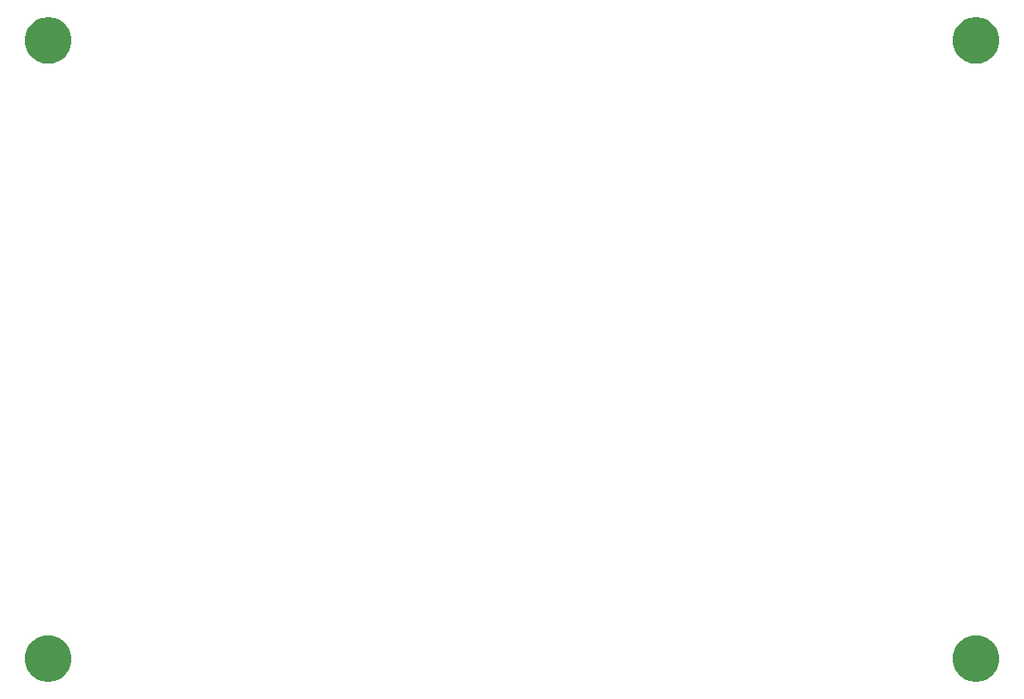
<source format=gbr>
G04 #@! TF.GenerationSoftware,KiCad,Pcbnew,(5.1.2)-2*
G04 #@! TF.CreationDate,2021-12-15T08:56:33-03:00*
G04 #@! TF.ProjectId,MAG_Plus,4d41475f-506c-4757-932e-6b696361645f,rev?*
G04 #@! TF.SameCoordinates,Original*
G04 #@! TF.FileFunction,Soldermask,Top*
G04 #@! TF.FilePolarity,Negative*
%FSLAX46Y46*%
G04 Gerber Fmt 4.6, Leading zero omitted, Abs format (unit mm)*
G04 Created by KiCad (PCBNEW (5.1.2)-2) date 2021-12-15 08:56:33*
%MOMM*%
%LPD*%
G04 APERTURE LIST*
%ADD10C,0.100000*%
G04 APERTURE END LIST*
D10*
G36*
X15708903Y-81553213D02*
G01*
X15931177Y-81597426D01*
X16349932Y-81770880D01*
X16726802Y-82022696D01*
X17047304Y-82343198D01*
X17299120Y-82720068D01*
X17472574Y-83138823D01*
X17561000Y-83583371D01*
X17561000Y-84036629D01*
X17472574Y-84481177D01*
X17299120Y-84899932D01*
X17047304Y-85276802D01*
X16726802Y-85597304D01*
X16349932Y-85849120D01*
X15931177Y-86022574D01*
X15708903Y-86066787D01*
X15486630Y-86111000D01*
X15033370Y-86111000D01*
X14811097Y-86066787D01*
X14588823Y-86022574D01*
X14170068Y-85849120D01*
X13793198Y-85597304D01*
X13472696Y-85276802D01*
X13220880Y-84899932D01*
X13047426Y-84481177D01*
X12959000Y-84036629D01*
X12959000Y-83583371D01*
X13047426Y-83138823D01*
X13220880Y-82720068D01*
X13472696Y-82343198D01*
X13793198Y-82022696D01*
X14170068Y-81770880D01*
X14588823Y-81597426D01*
X14811097Y-81553213D01*
X15033370Y-81509000D01*
X15486630Y-81509000D01*
X15708903Y-81553213D01*
X15708903Y-81553213D01*
G37*
G36*
X107208903Y-81543213D02*
G01*
X107431177Y-81587426D01*
X107849932Y-81760880D01*
X108226802Y-82012696D01*
X108547304Y-82333198D01*
X108799120Y-82710068D01*
X108972574Y-83128823D01*
X109061000Y-83573371D01*
X109061000Y-84026629D01*
X108972574Y-84471177D01*
X108799120Y-84889932D01*
X108547304Y-85266802D01*
X108226802Y-85587304D01*
X107849932Y-85839120D01*
X107431177Y-86012574D01*
X107208903Y-86056787D01*
X106986630Y-86101000D01*
X106533370Y-86101000D01*
X106311097Y-86056787D01*
X106088823Y-86012574D01*
X105670068Y-85839120D01*
X105293198Y-85587304D01*
X104972696Y-85266802D01*
X104720880Y-84889932D01*
X104547426Y-84471177D01*
X104459000Y-84026629D01*
X104459000Y-83573371D01*
X104547426Y-83128823D01*
X104720880Y-82710068D01*
X104972696Y-82333198D01*
X105293198Y-82012696D01*
X105670068Y-81760880D01*
X106088823Y-81587426D01*
X106311097Y-81543213D01*
X106533370Y-81499000D01*
X106986630Y-81499000D01*
X107208903Y-81543213D01*
X107208903Y-81543213D01*
G37*
G36*
X107208903Y-20543213D02*
G01*
X107431177Y-20587426D01*
X107849932Y-20760880D01*
X108226802Y-21012696D01*
X108547304Y-21333198D01*
X108799120Y-21710068D01*
X108972574Y-22128823D01*
X109061000Y-22573371D01*
X109061000Y-23026629D01*
X108972574Y-23471177D01*
X108799120Y-23889932D01*
X108547304Y-24266802D01*
X108226802Y-24587304D01*
X107849932Y-24839120D01*
X107431177Y-25012574D01*
X107208903Y-25056787D01*
X106986630Y-25101000D01*
X106533370Y-25101000D01*
X106311097Y-25056787D01*
X106088823Y-25012574D01*
X105670068Y-24839120D01*
X105293198Y-24587304D01*
X104972696Y-24266802D01*
X104720880Y-23889932D01*
X104547426Y-23471177D01*
X104459000Y-23026629D01*
X104459000Y-22573371D01*
X104547426Y-22128823D01*
X104720880Y-21710068D01*
X104972696Y-21333198D01*
X105293198Y-21012696D01*
X105670068Y-20760880D01*
X106088823Y-20587426D01*
X106311097Y-20543213D01*
X106533370Y-20499000D01*
X106986630Y-20499000D01*
X107208903Y-20543213D01*
X107208903Y-20543213D01*
G37*
G36*
X15708903Y-20543213D02*
G01*
X15931177Y-20587426D01*
X16349932Y-20760880D01*
X16726802Y-21012696D01*
X17047304Y-21333198D01*
X17299120Y-21710068D01*
X17472574Y-22128823D01*
X17561000Y-22573371D01*
X17561000Y-23026629D01*
X17472574Y-23471177D01*
X17299120Y-23889932D01*
X17047304Y-24266802D01*
X16726802Y-24587304D01*
X16349932Y-24839120D01*
X15931177Y-25012574D01*
X15708903Y-25056787D01*
X15486630Y-25101000D01*
X15033370Y-25101000D01*
X14811097Y-25056787D01*
X14588823Y-25012574D01*
X14170068Y-24839120D01*
X13793198Y-24587304D01*
X13472696Y-24266802D01*
X13220880Y-23889932D01*
X13047426Y-23471177D01*
X12959000Y-23026629D01*
X12959000Y-22573371D01*
X13047426Y-22128823D01*
X13220880Y-21710068D01*
X13472696Y-21333198D01*
X13793198Y-21012696D01*
X14170068Y-20760880D01*
X14588823Y-20587426D01*
X14811097Y-20543213D01*
X15033370Y-20499000D01*
X15486630Y-20499000D01*
X15708903Y-20543213D01*
X15708903Y-20543213D01*
G37*
M02*

</source>
